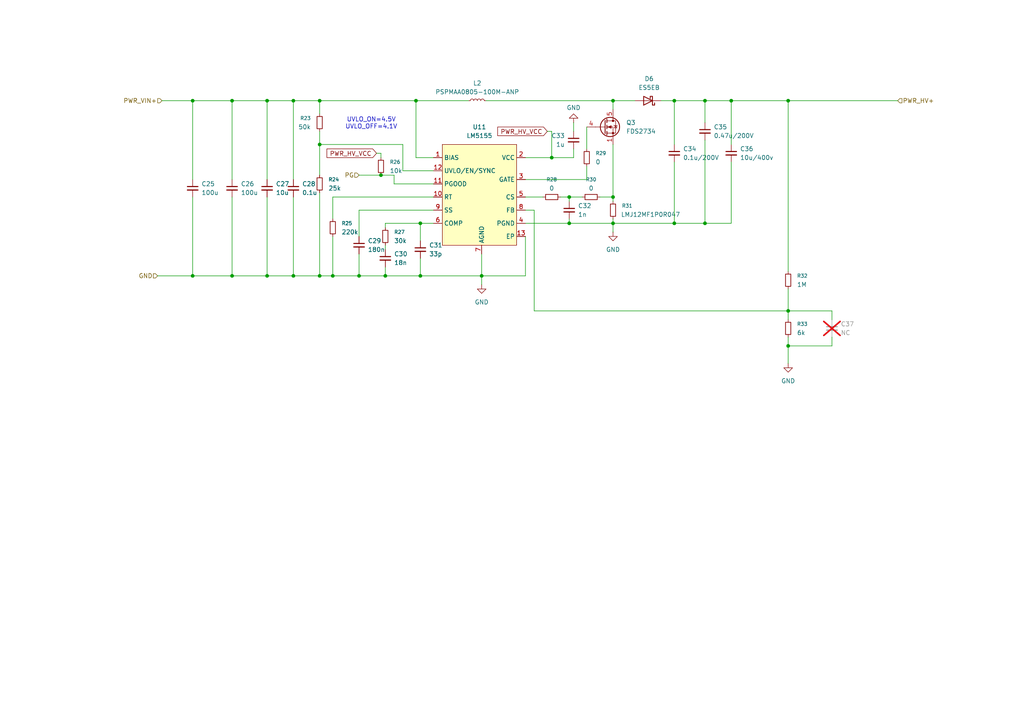
<source format=kicad_sch>
(kicad_sch (version 20250114) (generator "eeschema") (generator_version "9.0")
  (paper "A4")
  (lib_symbols
    (symbol "Device:C_Small" (pin_numbers (hide yes)) (pin_names (offset 0.254) (hide yes))
      (property "Reference" "C" (at 0.254 1.778 0))
      (property "Value" "C_Small" (at 0.254 -2.032 0))
      (symbol "C_Small_0_1"
        (polyline (pts (xy -1.524 0.508) (xy 1.524 0.508)) (stroke (width 0.3048)))
        (polyline (pts (xy -1.524 -0.508) (xy 1.524 -0.508)) (stroke (width 0.3302)))
      )
      (symbol "C_Small_1_1"
        (pin passive line (at 0 2.54 270) (length 2.032) (name "~") (number "1"))
        (pin passive line (at 0 -2.54 90) (length 2.032) (name "~") (number "2"))
      )
    )
    (symbol "Device:D_Schottky" (pin_numbers (hide yes)) (pin_names (offset 1.016) (hide yes))
      (property "Reference" "D" (at 0 2.54 0))
      (property "Value" "D_Schottky" (at 0 -2.54 0))
      (symbol "D_Schottky_0_1"
        (polyline (pts (xy -1.905 0.635) (xy -1.905 1.27) (xy -1.27 1.27) (xy -1.27 -1.27) (xy -0.635 -1.27) (xy -0.635 -0.635)) (stroke (width 0.254)))
        (polyline (pts (xy 1.27 1.27) (xy 1.27 -1.27) (xy -1.27 0) (xy 1.27 1.27)) (stroke (width 0.254)))
        (polyline (pts (xy 1.27 0) (xy -1.27 0)))
      )
      (symbol "D_Schottky_1_1"
        (pin passive line (at -3.81 0 0) (length 2.54) (name "K") (number "1"))
        (pin passive line (at 3.81 0 180) (length 2.54) (name "A") (number "2"))
      )
    )
    (symbol "Device:L_Small" (pin_numbers (hide yes)) (pin_names (offset 0.254) (hide yes))
      (property "Reference" "L" (at 0.762 1.016 0))
      (property "Value" "L_Small" (at 0.762 -1.016 0))
      (symbol "L_Small_0_1"
        (arc (start 0 2.032) (mid 0.5058 1.524) (end 0 1.016))
        (arc (start 0 1.016) (mid 0.5058 0.508) (end 0 0))
        (arc (start 0 0) (mid 0.5058 -0.508) (end 0 -1.016))
        (arc (start 0 -1.016) (mid 0.5058 -1.524) (end 0 -2.032))
      )
      (symbol "L_Small_1_1"
        (pin passive line (at 0 2.54 270) (length 0.508) (name "~") (number "1"))
        (pin passive line (at 0 -2.54 90) (length 0.508) (name "~") (number "2"))
      )
    )
    (symbol "Device:R_Small" (pin_numbers (hide yes)) (pin_names (offset 0.254) (hide yes))
      (property "Reference" "R" (at 0 0 90))
      (property "Value" "R_Small" (at 1.778 0 90))
      (symbol "R_Small_0_1"
        (rectangle (start -0.762 1.778) (end 0.762 -1.778) (stroke (width 0.2032)))
      )
      (symbol "R_Small_1_1"
        (pin passive line (at 0 2.54 270) (length 0.762) (name "~") (number "1"))
        (pin passive line (at 0 -2.54 90) (length 0.762) (name "~") (number "2"))
      )
    )
    (symbol "Johnson:LM5155DSSR"
      (property "Reference" "U" (at 0 -5.08 0))
      (symbol "LM5155DSSR_1_1"
        (rectangle (start 0 26.67) (end 21.59 -2.54) (fill (type background)))
        (pin input line (at -2.54 22.86 0) (length 2.54) (name "BIAS") (number "1"))
        (pin input line (at -2.54 19.05 0) (length 2.54) (name "UVLO/EN/SYNC") (number "12"))
        (pin input line (at -2.54 15.24 0) (length 2.54) (name "PGOOD") (number "11"))
        (pin input line (at -2.54 11.43 0) (length 2.54) (name "RT") (number "10"))
        (pin input line (at -2.54 7.62 0) (length 2.54) (name "SS") (number "9"))
        (pin input line (at -2.54 3.81 0) (length 2.54) (name "COMP") (number "6"))
        (pin power_in line (at 11.43 -5.08 90) (length 2.54) (name "AGND") (number "7"))
        (pin passive line (at 24.13 22.86 180) (length 2.54) (name "VCC") (number "2"))
        (pin output line (at 24.13 16.51 180) (length 2.54) (name "GATE") (number "3"))
        (pin input line (at 24.13 11.43 180) (length 2.54) (name "CS") (number "5"))
        (pin input line (at 24.13 7.62 180) (length 2.54) (name "FB") (number "8"))
        (pin power_in line (at 24.13 3.81 180) (length 2.54) (name "PGND") (number "4"))
        (pin input line (at 24.13 0 180) (length 2.54) (name "EP") (number "13"))
      )
    )
    (symbol "Transistor_FET:FDS2734" (pin_names (hide yes))
      (property "Reference" "Q" (at 5.08 2.54 0))
      (property "Value" "FDS2734" (at 5.08 0 0))
      (symbol "FDS2734_0_1"
        (polyline (pts (xy 0.254 1.905) (xy 0.254 -1.905)) (stroke (width 0.254)))
        (polyline (pts (xy 0.254 0) (xy -2.54 0)))
        (polyline (pts (xy 0.762 2.286) (xy 0.762 1.27)) (stroke (width 0.254)))
        (polyline (pts (xy 0.762 0.508) (xy 0.762 -0.508)) (stroke (width 0.254)))
        (polyline (pts (xy 0.762 -1.27) (xy 0.762 -2.286)) (stroke (width 0.254)))
        (polyline (pts (xy 0.762 -1.778) (xy 3.302 -1.778) (xy 3.302 1.778) (xy 0.762 1.778)))
        (polyline (pts (xy 1.016 0) (xy 2.032 0.381) (xy 2.032 -0.381) (xy 1.016 0)) (fill (type outline)))
        (circle (center 1.651 0) (radius 2.794) (stroke (width 0.254)))
        (polyline (pts (xy 2.54 2.54) (xy 2.54 1.778)))
        (circle (center 2.54 1.778) (radius 0.254) (fill (type outline)))
        (circle (center 2.54 -1.778) (radius 0.254) (fill (type outline)))
        (polyline (pts (xy 2.54 -2.54) (xy 2.54 0) (xy 0.762 0)))
        (polyline (pts (xy 2.794 0.508) (xy 2.921 0.381) (xy 3.683 0.381) (xy 3.81 0.254)))
        (polyline (pts (xy 3.302 0.381) (xy 2.921 -0.254) (xy 3.683 -0.254) (xy 3.302 0.381)))
      )
      (symbol "FDS2734_1_1"
        (pin input line (at -5.08 0 0) (length 2.54) (name "G") (number "4"))
        (pin passive line (at 2.54 5.08 270) (length 2.54) (name "D") (number "5"))
        (pin passive line (at 2.54 5.08 270) (length 2.54) (hide yes) (name "D") (number "6"))
        (pin passive line (at 2.54 5.08 270) (length 2.54) (hide yes) (name "D") (number "7"))
        (pin passive line (at 2.54 5.08 270) (length 2.54) (hide yes) (name "D") (number "8"))
        (pin passive line (at 2.54 -5.08 90) (length 2.54) (name "S") (number "1"))
        (pin passive line (at 2.54 -5.08 90) (length 2.54) (hide yes) (name "S") (number "2"))
        (pin passive line (at 2.54 -5.08 90) (length 2.54) (hide yes) (name "S") (number "3"))
      )
    )
    (symbol "power:GND" (power) (pin_numbers (hide yes)) (pin_names (offset 0) (hide yes))
      (property "Value" "GND" (at 0 -3.81 0))
      (symbol "GND_0_1"
        (polyline (pts (xy 0 0) (xy 0 -1.27) (xy 1.27 -1.27) (xy 0 -2.54) (xy -1.27 -1.27) (xy 0 -1.27)))
      )
      (symbol "GND_1_1"
        (pin power_in line (at 0 0 270) (length 0) (name "~") (number "1"))
      )
    )
  )
  (text "UVLO_ON=4.5V\nUVLO_OFF=4.1V" (at 107.696 35.814 0) (effects (font (size 1.27 1.27))))
  (junction (at 110.49 50.8))
  (junction (at 195.58 64.77))
  (junction (at 165.1 57.15))
  (junction (at 177.8 64.77))
  (junction (at 195.58 29.21))
  (junction (at 77.47 29.21))
  (junction (at 77.47 80.01))
  (junction (at 55.88 29.21))
  (junction (at 111.76 80.01))
  (junction (at 92.71 80.01))
  (junction (at 177.8 57.15))
  (junction (at 228.6 29.21))
  (junction (at 55.88 80.01))
  (junction (at 204.47 29.21))
  (junction (at 228.6 100.33))
  (junction (at 204.47 64.77))
  (junction (at 85.09 29.21))
  (junction (at 96.52 80.01))
  (junction (at 212.09 29.21))
  (junction (at 92.71 29.21))
  (junction (at 92.71 41.91))
  (junction (at 160.02 45.72))
  (junction (at 121.92 80.01))
  (junction (at 139.7 80.01))
  (junction (at 67.31 29.21))
  (junction (at 177.8 29.21))
  (junction (at 85.09 80.01))
  (junction (at 121.92 64.77))
  (junction (at 104.14 80.01))
  (junction (at 67.31 80.01))
  (junction (at 165.1 64.77))
  (junction (at 120.65 29.21))
  (junction (at 228.6 90.17))
  (wire (pts (xy 120.65 45.72) (xy 125.73 45.72)))
  (wire (pts (xy 77.47 29.21) (xy 85.09 29.21)))
  (wire (pts (xy 109.22 44.45) (xy 110.49 44.45)))
  (wire (pts (xy 111.76 71.12) (xy 111.76 72.39)))
  (wire (pts (xy 241.3 100.33) (xy 228.6 100.33)))
  (wire (pts (xy 166.37 35.56) (xy 166.37 38.1)))
  (wire (pts (xy 55.88 80.01) (xy 67.31 80.01)))
  (wire (pts (xy 85.09 57.15) (xy 85.09 80.01)))
  (wire (pts (xy 96.52 80.01) (xy 104.14 80.01)))
  (wire (pts (xy 228.6 90.17) (xy 241.3 90.17)))
  (wire (pts (xy 121.92 74.93) (xy 121.92 80.01)))
  (wire (pts (xy 55.88 29.21) (xy 55.88 52.07)))
  (wire (pts (xy 228.6 29.21) (xy 228.6 78.74)))
  (wire (pts (xy 139.7 80.01) (xy 139.7 82.55)))
  (wire (pts (xy 85.09 29.21) (xy 92.71 29.21)))
  (wire (pts (xy 195.58 29.21) (xy 195.58 41.91)))
  (wire (pts (xy 204.47 29.21) (xy 212.09 29.21)))
  (wire (pts (xy 165.1 57.15) (xy 165.1 58.42)))
  (wire (pts (xy 125.73 64.77) (xy 121.92 64.77)))
  (wire (pts (xy 195.58 46.99) (xy 195.58 64.77)))
  (wire (pts (xy 85.09 80.01) (xy 92.71 80.01)))
  (wire (pts (xy 55.88 29.21) (xy 67.31 29.21)))
  (wire (pts (xy 96.52 57.15) (xy 96.52 63.5)))
  (wire (pts (xy 177.8 41.91) (xy 177.8 57.15)))
  (wire (pts (xy 177.8 63.5) (xy 177.8 64.77)))
  (wire (pts (xy 177.8 29.21) (xy 184.15 29.21)))
  (wire (pts (xy 139.7 73.66) (xy 139.7 80.01)))
  (wire (pts (xy 104.14 50.8) (xy 110.49 50.8)))
  (wire (pts (xy 162.56 57.15) (xy 165.1 57.15)))
  (wire (pts (xy 85.09 29.21) (xy 85.09 52.07)))
  (wire (pts (xy 170.18 36.83) (xy 170.18 43.18)))
  (wire (pts (xy 110.49 44.45) (xy 110.49 45.72)))
  (wire (pts (xy 212.09 29.21) (xy 228.6 29.21)))
  (wire (pts (xy 92.71 55.88) (xy 92.71 80.01)))
  (wire (pts (xy 173.99 57.15) (xy 177.8 57.15)))
  (wire (pts (xy 152.4 60.96) (xy 154.94 60.96)))
  (wire (pts (xy 125.73 49.53) (xy 116.84 49.53)))
  (wire (pts (xy 92.71 29.21) (xy 120.65 29.21)))
  (wire (pts (xy 160.02 45.72) (xy 166.37 45.72)))
  (wire (pts (xy 96.52 68.58) (xy 96.52 80.01)))
  (wire (pts (xy 154.94 90.17) (xy 154.94 60.96)))
  (wire (pts (xy 165.1 64.77) (xy 177.8 64.77)))
  (wire (pts (xy 67.31 80.01) (xy 77.47 80.01)))
  (wire (pts (xy 92.71 38.1) (xy 92.71 41.91)))
  (wire (pts (xy 77.47 80.01) (xy 85.09 80.01)))
  (wire (pts (xy 46.99 29.21) (xy 55.88 29.21)))
  (wire (pts (xy 165.1 63.5) (xy 165.1 64.77)))
  (wire (pts (xy 152.4 64.77) (xy 165.1 64.77)))
  (wire (pts (xy 45.72 80.01) (xy 55.88 80.01)))
  (wire (pts (xy 212.09 46.99) (xy 212.09 64.77)))
  (wire (pts (xy 177.8 64.77) (xy 177.8 67.31)))
  (wire (pts (xy 114.3 50.8) (xy 110.49 50.8)))
  (wire (pts (xy 104.14 80.01) (xy 111.76 80.01)))
  (wire (pts (xy 158.75 38.1) (xy 160.02 38.1)))
  (wire (pts (xy 77.47 29.21) (xy 77.47 52.07)))
  (wire (pts (xy 92.71 41.91) (xy 92.71 50.8)))
  (wire (pts (xy 204.47 64.77) (xy 204.47 40.64)))
  (wire (pts (xy 67.31 29.21) (xy 67.31 52.07)))
  (wire (pts (xy 111.76 64.77) (xy 111.76 66.04)))
  (wire (pts (xy 77.47 57.15) (xy 77.47 80.01)))
  (wire (pts (xy 135.89 29.21) (xy 120.65 29.21)))
  (wire (pts (xy 170.18 52.07) (xy 170.18 48.26)))
  (wire (pts (xy 166.37 45.72) (xy 166.37 43.18)))
  (wire (pts (xy 125.73 60.96) (xy 104.14 60.96)))
  (wire (pts (xy 228.6 29.21) (xy 260.35 29.21)))
  (wire (pts (xy 152.4 80.01) (xy 139.7 80.01)))
  (wire (pts (xy 114.3 53.34) (xy 114.3 50.8)))
  (wire (pts (xy 154.94 90.17) (xy 228.6 90.17)))
  (wire (pts (xy 228.6 83.82) (xy 228.6 90.17)))
  (wire (pts (xy 228.6 90.17) (xy 228.6 92.71)))
  (wire (pts (xy 160.02 38.1) (xy 160.02 45.72)))
  (wire (pts (xy 92.71 33.02) (xy 92.71 29.21)))
  (wire (pts (xy 177.8 64.77) (xy 195.58 64.77)))
  (wire (pts (xy 152.4 52.07) (xy 170.18 52.07)))
  (wire (pts (xy 67.31 57.15) (xy 67.31 80.01)))
  (wire (pts (xy 204.47 64.77) (xy 212.09 64.77)))
  (wire (pts (xy 191.77 29.21) (xy 195.58 29.21)))
  (wire (pts (xy 177.8 29.21) (xy 177.8 31.75)))
  (wire (pts (xy 241.3 97.79) (xy 241.3 100.33)))
  (wire (pts (xy 121.92 64.77) (xy 121.92 69.85)))
  (wire (pts (xy 116.84 41.91) (xy 116.84 49.53)))
  (wire (pts (xy 104.14 73.66) (xy 104.14 80.01)))
  (wire (pts (xy 228.6 97.79) (xy 228.6 100.33)))
  (wire (pts (xy 125.73 53.34) (xy 114.3 53.34)))
  (wire (pts (xy 121.92 64.77) (xy 111.76 64.77)))
  (wire (pts (xy 140.97 29.21) (xy 177.8 29.21)))
  (wire (pts (xy 165.1 57.15) (xy 168.91 57.15)))
  (wire (pts (xy 228.6 100.33) (xy 228.6 105.41)))
  (wire (pts (xy 204.47 35.56) (xy 204.47 29.21)))
  (wire (pts (xy 92.71 80.01) (xy 96.52 80.01)))
  (wire (pts (xy 120.65 29.21) (xy 120.65 45.72)))
  (wire (pts (xy 125.73 57.15) (xy 96.52 57.15)))
  (wire (pts (xy 152.4 57.15) (xy 157.48 57.15)))
  (wire (pts (xy 104.14 60.96) (xy 104.14 68.58)))
  (wire (pts (xy 152.4 68.58) (xy 152.4 80.01)))
  (wire (pts (xy 111.76 80.01) (xy 121.92 80.01)))
  (wire (pts (xy 111.76 77.47) (xy 111.76 80.01)))
  (wire (pts (xy 195.58 64.77) (xy 204.47 64.77)))
  (wire (pts (xy 177.8 57.15) (xy 177.8 58.42)))
  (wire (pts (xy 121.92 80.01) (xy 139.7 80.01)))
  (wire (pts (xy 152.4 45.72) (xy 160.02 45.72)))
  (wire (pts (xy 195.58 29.21) (xy 204.47 29.21)))
  (wire (pts (xy 241.3 92.71) (xy 241.3 90.17)))
  (wire (pts (xy 92.71 41.91) (xy 116.84 41.91)))
  (wire (pts (xy 212.09 29.21) (xy 212.09 41.91)))
  (wire (pts (xy 55.88 57.15) (xy 55.88 80.01)))
  (wire (pts (xy 67.31 29.21) (xy 77.47 29.21)))
  (global_label "PWR_HV_VCC" (shape input) (at 109.22 44.45 180) (property "Intersheetrefs" "${INTERSHEET_REFS}" (effects (hide yes))))
  (global_label "PWR_HV_VCC" (shape input) (at 158.75 38.1 180) (property "Intersheetrefs" "${INTERSHEET_REFS}" (effects (hide yes))))
  (hierarchical_label "GND" (shape input) (at 45.72 80.01 180))
  (hierarchical_label "PWR_HV+" (shape input) (at 260.35 29.21 0))
  (hierarchical_label "PWR_VIN+" (shape input) (at 46.99 29.21 180))
  (hierarchical_label "PG" (shape input) (at 104.14 50.8 180))
  (symbol (lib_id "Device:R_Small") (at 228.6 81.28 0) (unit 1)
    (property "Reference" "R32" (at 231.14 80.0099 0) (effects (font (size 1.016 1.016)) (justify left)))
    (property "Value" "1M" (at 231.14 82.5499 0) (effects (justify left)))
    (property "Footprint" "Resistor_SMD:R_0805_2012Metric" (effects (hide yes)))
    (property "Description" "Resistor, small symbol" (effects (hide yes)))
  )
  (symbol (lib_id "Transistor_FET:FDS2734") (at 175.26 36.83 0) (unit 1)
    (property "Reference" "Q3" (at 181.61 35.5599 0) (effects (justify left)))
    (property "Value" "FDS2734" (at 181.61 38.0999 0) (effects (justify left)))
    (property "Footprint" "Package_SO:SOIC-8_3.9x4.9mm_P1.27mm" (effects (hide yes)))
    (property "Datasheet" "http://www.onsemi.com/pub/Collateral/FDS2734-D.pdf" (effects (hide yes)))
    (property "Description" "3.0A Id, 250V Vds, N-Channel MOSFET, 117mOhm Ron, SOIC-8" (effects (hide yes)))
    (property "LCSC PN" "C606022" (effects (hide yes)))
  )
  (symbol (lib_id "Device:R_Small") (at 170.18 45.72 180) (unit 1)
    (property "Reference" "R29" (at 172.72 44.4499 0) (effects (font (size 1.016 1.016)) (justify right)))
    (property "Value" "0" (at 172.72 46.9899 0) (effects (justify right)))
    (property "Footprint" "Resistor_SMD:R_0603_1608Metric" (effects (hide yes)))
    (property "Description" "Resistor, small symbol" (effects (hide yes)))
    (property "LCSC PN" "C304185" (effects (hide yes)))
  )
  (symbol (lib_id "Device:R_Small") (at 177.8 60.96 0) (unit 1)
    (property "Reference" "R31" (at 180.34 59.6899 0) (effects (font (size 1.016 1.016)) (justify left)))
    (property "Value" "LMJ12MF1P0R047" (at 180.086 62.23 0) (effects (justify left)))
    (property "Footprint" "Resistor_SMD:R_1206_3216Metric" (effects (hide yes)))
    (property "Description" "Resistor, small symbol" (effects (hide yes)))
    (property "LCSC PN" "C5121701" (effects (hide yes)))
  )
  (symbol (lib_id "Device:D_Schottky") (at 187.96 29.21 180) (unit 1)
    (property "Reference" "D6" (at 188.2775 22.86 0))
    (property "Value" "ES5EB" (at 188.2775 25.4 0))
    (property "Footprint" "Diode_SMD:D_SMB" (effects (hide yes)))
    (property "Description" "Schottky diode" (effects (hide yes)))
    (property "LCSC PN" "C437860" (effects (hide yes)))
  )
  (symbol (lib_id "Device:L_Small") (at 138.43 29.21 90) (unit 1)
    (property "Reference" "L2" (at 138.43 24.13 90))
    (property "Value" "PSPMAA0805-100M-ANP" (at 138.43 26.67 90))
    (property "Footprint" "johnson:PowerInductor_8mmx8.5mm" (effects (hide yes)))
    (property "Description" "Inductor, small symbol" (effects (hide yes)))
    (property "LCSC PN" "C2962885" (effects (hide yes)))
  )
  (symbol (lib_id "power:GND") (at 228.6 105.41 0) (unit 1)
    (property "Reference" "#PWR060" (effects (hide yes)))
    (property "Value" "GND" (at 228.6 110.49 0))
    (property "Description" "Power symbol creates a global label with name \"GND\" , ground" (effects (hide yes)))
  )
  (symbol (lib_id "Device:C_Small") (at 212.09 44.45 0) (unit 1)
    (property "Reference" "C36" (at 214.63 43.1862 0) (effects (justify left)))
    (property "Value" "10u/400v" (at 214.63 45.7262 0) (effects (justify left)))
    (property "Footprint" "johnson:Cap_THT_D8.0mm_L12mm_Horizontal" (effects (hide yes)))
    (property "Description" "Unpolarized capacitor, small symbol" (effects (hide yes)))
    (property "LCSC PN" "C46867081" (effects (hide yes)))
  )
  (symbol (lib_id "Device:R_Small") (at 92.71 53.34 0) (unit 1)
    (property "Reference" "R24" (at 95.25 52.0699 0) (effects (font (size 1.016 1.016)) (justify left)))
    (property "Value" "25k" (at 95.25 54.6099 0) (effects (justify left)))
    (property "Footprint" "Resistor_SMD:R_0603_1608Metric" (effects (hide yes)))
    (property "Description" "Resistor, small symbol" (effects (hide yes)))
    (property "LCSC PN" "C2828637" (effects (hide yes)))
  )
  (symbol (lib_id "Device:C_Small") (at 77.47 54.61 0) (unit 1)
    (property "Reference" "C27" (at 80.01 53.3462 0) (effects (justify left)))
    (property "Value" "10u" (at 80.01 55.8862 0) (effects (justify left)))
    (property "Footprint" "Capacitor_SMD:C_0603_1608Metric" (effects (hide yes)))
    (property "Description" "Unpolarized capacitor, small symbol" (effects (hide yes)))
    (property "LCSC PN" "C19702" (effects (hide yes)))
  )
  (symbol (lib_id "Device:R_Small") (at 110.49 48.26 0) (unit 1)
    (property "Reference" "R26" (at 113.03 46.9899 0) (effects (font (size 1.016 1.016)) (justify left)))
    (property "Value" "10k" (at 113.03 49.5299 0) (effects (justify left)))
    (property "Footprint" "Resistor_SMD:R_0603_1608Metric" (effects (hide yes)))
    (property "Description" "Resistor, small symbol" (effects (hide yes)))
    (property "LCSC PN" "C98220" (effects (hide yes)))
  )
  (symbol (lib_id "Device:R_Small") (at 92.71 35.56 0) (mirror y) (unit 1)
    (property "Reference" "R23" (at 90.17 34.2899 0) (effects (font (size 1.016 1.016)) (justify left)))
    (property "Value" "50k" (at 90.17 36.8299 0) (effects (justify left)))
    (property "Footprint" "Resistor_SMD:R_0603_1608Metric" (effects (hide yes)))
    (property "Description" "Resistor, small symbol" (effects (hide yes)))
    (property "LCSC PN" "C304067" (effects (hide yes)))
  )
  (symbol (lib_id "Device:R_Small") (at 111.76 68.58 0) (unit 1)
    (property "Reference" "R27" (at 114.3 67.3099 0) (effects (font (size 1.016 1.016)) (justify left)))
    (property "Value" "30k" (at 114.3 69.8499 0) (effects (justify left)))
    (property "Footprint" "Resistor_SMD:R_0603_1608Metric" (effects (hide yes)))
    (property "Description" "Resistor, small symbol" (effects (hide yes)))
    (property "LCSC PN" "C2828685" (effects (hide yes)))
  )
  (symbol (lib_id "Device:R_Small") (at 171.45 57.15 270) (unit 1)
    (property "Reference" "R30" (at 171.45 52.07 90) (effects (font (size 1.016 1.016))))
    (property "Value" "0" (at 171.45 54.61 90))
    (property "Footprint" "Resistor_SMD:R_0603_1608Metric" (effects (hide yes)))
    (property "Description" "Resistor, small symbol" (effects (hide yes)))
    (property "LCSC PN" "C304185" (effects (hide yes)))
  )
  (symbol (lib_id "Device:R_Small") (at 228.6 95.25 0) (unit 1)
    (property "Reference" "R33" (at 231.14 93.9799 0) (effects (font (size 1.016 1.016)) (justify left)))
    (property "Value" "6k" (at 231.14 96.5199 0) (effects (justify left)))
    (property "Footprint" "Resistor_SMD:R_0805_2012Metric" (effects (hide yes)))
    (property "Description" "Resistor, small symbol" (effects (hide yes)))
    (property "LCSC PN" "C217952" (effects (hide yes)))
  )
  (symbol (lib_id "Device:C_Small") (at 104.14 71.12 0) (unit 1)
    (property "Reference" "C29" (at 106.68 69.8562 0) (effects (justify left)))
    (property "Value" "180n" (at 106.68 72.3962 0) (effects (justify left)))
    (property "Footprint" "Capacitor_SMD:C_0603_1608Metric" (effects (hide yes)))
    (property "Description" "Unpolarized capacitor, small symbol" (effects (hide yes)))
    (property "LCSC PN" "C519442" (effects (hide yes)))
  )
  (symbol (lib_id "Device:R_Small") (at 96.52 66.04 0) (unit 1)
    (property "Reference" "R25" (at 99.06 64.7699 0) (effects (font (size 1.016 1.016)) (justify left)))
    (property "Value" "220k" (at 99.06 67.3099 0) (effects (justify left)))
    (property "Footprint" "Resistor_SMD:R_0603_1608Metric" (effects (hide yes)))
    (property "Description" "Resistor, small symbol" (effects (hide yes)))
    (property "LCSC PN" "C217882" (effects (hide yes)))
  )
  (symbol (lib_id "power:GND") (at 166.37 35.56 180) (unit 1)
    (property "Reference" "#PWR058" (effects (hide yes)))
    (property "Value" "GND" (at 166.37 31.242 0))
    (property "Description" "Power symbol creates a global label with name \"GND\" , ground" (effects (hide yes)))
  )
  (symbol (lib_id "Device:R_Small") (at 160.02 57.15 270) (unit 1)
    (property "Reference" "R28" (at 160.02 52.07 90) (effects (font (size 1.016 1.016))))
    (property "Value" "0" (at 160.02 54.61 90))
    (property "Footprint" "Resistor_SMD:R_0603_1608Metric" (effects (hide yes)))
    (property "Description" "Resistor, small symbol" (effects (hide yes)))
    (property "LCSC PN" "C304185" (effects (hide yes)))
  )
  (symbol (lib_id "Device:C_Small") (at 241.3 95.25 0) (unit 1) (exclude_from_sim yes) (in_bom no) (dnp yes)
    (property "Reference" "C37" (at 243.84 93.9862 0) (effects (justify left)))
    (property "Value" "NC" (at 243.84 96.5262 0) (effects (justify left)))
    (property "Footprint" "Capacitor_SMD:C_0603_1608Metric" (effects (hide yes)))
    (property "Description" "Unpolarized capacitor, small symbol" (effects (hide yes)))
  )
  (symbol (lib_id "power:GND") (at 177.8 67.31 0) (unit 1)
    (property "Reference" "#PWR059" (effects (hide yes)))
    (property "Value" "GND" (at 177.8 72.39 0))
    (property "Description" "Power symbol creates a global label with name \"GND\" , ground" (effects (hide yes)))
  )
  (symbol (lib_id "Device:C_Small") (at 67.31 54.61 0) (unit 1)
    (property "Reference" "C26" (at 69.85 53.3462 0) (effects (justify left)))
    (property "Value" "100u" (at 69.85 55.8862 0) (effects (justify left)))
    (property "Footprint" "Capacitor_SMD:C_1206_3216Metric" (effects (hide yes)))
    (property "Description" "Unpolarized capacitor, small symbol" (effects (hide yes)))
    (property "LCSC PN" "C15008" (effects (hide yes)))
  )
  (symbol (lib_id "Device:C_Small") (at 195.58 44.45 0) (unit 1)
    (property "Reference" "C34" (at 198.12 43.1862 0) (effects (justify left)))
    (property "Value" "0.1u/200V" (at 198.12 45.7262 0) (effects (justify left)))
    (property "Footprint" "Capacitor_SMD:C_1206_3216Metric" (effects (hide yes)))
    (property "Description" "Unpolarized capacitor, small symbol" (effects (hide yes)))
    (property "LCSC PN" "C113894" (effects (hide yes)))
  )
  (symbol (lib_id "Device:C_Small") (at 85.09 54.61 0) (unit 1)
    (property "Reference" "C28" (at 87.63 53.3462 0) (effects (justify left)))
    (property "Value" "0.1u" (at 87.63 55.8862 0) (effects (justify left)))
    (property "Footprint" "Capacitor_SMD:C_0603_1608Metric" (effects (hide yes)))
    (property "Description" "Unpolarized capacitor, small symbol" (effects (hide yes)))
    (property "LCSC PN" "C36911391" (effects (hide yes)))
  )
  (symbol (lib_id "Device:C_Small") (at 204.47 38.1 0) (unit 1)
    (property "Reference" "C35" (at 207.01 36.8362 0) (effects (justify left)))
    (property "Value" "0.47u/200V" (at 207.01 39.3762 0) (effects (justify left)))
    (property "Footprint" "Capacitor_SMD:C_1206_3216Metric" (effects (hide yes)))
    (property "Description" "Unpolarized capacitor, small symbol" (effects (hide yes)))
    (property "LCSC PN" "C725802" (effects (hide yes)))
  )
  (symbol (lib_id "Johnson:LM5155DSSR") (at 128.27 68.58 0) (unit 1)
    (property "Reference" "U11" (at 139.065 36.83 0))
    (property "Value" "LM5155" (at 139.065 39.37 0))
    (property "Footprint" "Package_SON:WSON-12-1EP_3x2mm_P0.5mm_EP1x2.65" (effects (hide yes)))
    (property "Datasheet" "https://www.lcsc.com/datasheet/C545416.pdf" (effects (hide yes)))
    (property "Description" "Boost Switching Regulator IC 1 Output 1.5A WSON-12-EP(2x3)" (effects (hide yes)))
    (property "LCSC PN" "C545416" (effects (hide yes)))
  )
  (symbol (lib_id "Device:C_Small") (at 121.92 72.39 0) (unit 1)
    (property "Reference" "C31" (at 124.46 71.1262 0) (effects (justify left)))
    (property "Value" "33p" (at 124.46 73.6662 0) (effects (justify left)))
    (property "Footprint" "Capacitor_SMD:C_0603_1608Metric" (effects (hide yes)))
    (property "Description" "Unpolarized capacitor, small symbol" (effects (hide yes)))
    (property "LCSC PN" "C107047" (effects (hide yes)))
  )
  (symbol (lib_id "Device:C_Small") (at 166.37 40.64 0) (mirror y) (unit 1)
    (property "Reference" "C33" (at 163.83 39.3762 0) (effects (justify left)))
    (property "Value" "1u" (at 163.83 41.9162 0) (effects (justify left)))
    (property "Footprint" "Capacitor_SMD:C_0603_1608Metric" (effects (hide yes)))
    (property "Description" "Unpolarized capacitor, small symbol" (effects (hide yes)))
    (property "LCSC PN" "C106248" (effects (hide yes)))
  )
  (symbol (lib_id "Device:C_Small") (at 55.88 54.61 0) (unit 1)
    (property "Reference" "C25" (at 58.42 53.3462 0) (effects (justify left)))
    (property "Value" "100u" (at 58.42 55.8862 0) (effects (justify left)))
    (property "Footprint" "Capacitor_SMD:C_1206_3216Metric" (effects (hide yes)))
    (property "Description" "Unpolarized capacitor, small symbol" (effects (hide yes)))
    (property "LCSC PN" "C15008" (effects (hide yes)))
  )
  (symbol (lib_id "power:GND") (at 139.7 82.55 0) (unit 1)
    (property "Reference" "#PWR057" (effects (hide yes)))
    (property "Value" "GND" (at 139.7 87.63 0))
    (property "Description" "Power symbol creates a global label with name \"GND\" , ground" (effects (hide yes)))
  )
  (symbol (lib_id "Device:C_Small") (at 165.1 60.96 0) (unit 1)
    (property "Reference" "C32" (at 167.64 59.6962 0) (effects (justify left)))
    (property "Value" "1n" (at 167.64 62.2362 0) (effects (justify left)))
    (property "Footprint" "Capacitor_SMD:C_0603_1608Metric" (effects (hide yes)))
    (property "Description" "Unpolarized capacitor, small symbol" (effects (hide yes)))
    (property "LCSC PN" "C100040" (effects (hide yes)))
  )
  (symbol (lib_id "Device:C_Small") (at 111.76 74.93 0) (unit 1)
    (property "Reference" "C30" (at 114.3 73.6662 0) (effects (justify left)))
    (property "Value" "18n" (at 114.3 76.2062 0) (effects (justify left)))
    (property "Footprint" "Capacitor_SMD:C_0603_1608Metric" (effects (hide yes)))
    (property "Description" "Unpolarized capacitor, small symbol" (effects (hide yes)))
    (property "LCSC PN" "C519551" (effects (hide yes)))
  )
)
</source>
